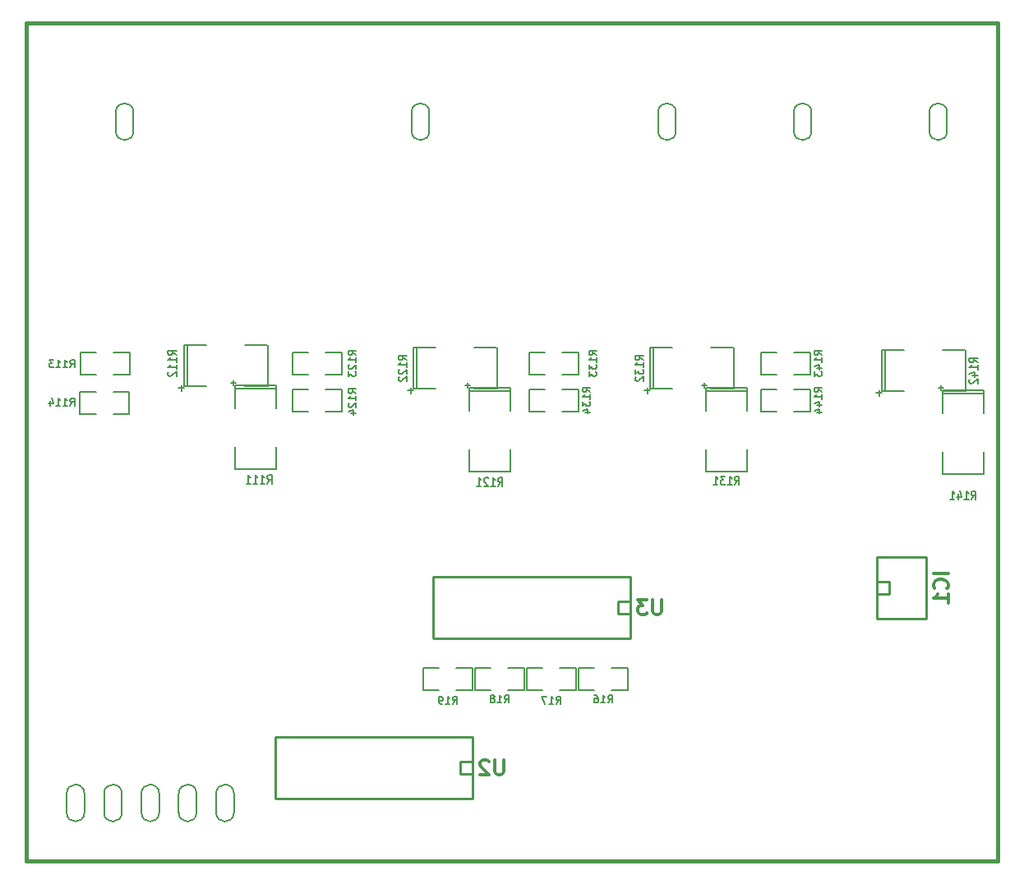
<source format=gbo>
G04 (created by PCBNEW (2013-jul-07)-stable) date ven. 28 nov. 2014 17:15:50 CET*
%MOIN*%
G04 Gerber Fmt 3.4, Leading zero omitted, Abs format*
%FSLAX34Y34*%
G01*
G70*
G90*
G04 APERTURE LIST*
%ADD10C,0.00590551*%
%ADD11C,0.015*%
%ADD12C,0.005*%
%ADD13C,0.0059*%
%ADD14C,0.01*%
%ADD15C,0.012*%
G04 APERTURE END LIST*
G54D10*
G54D11*
X71500Y-62000D02*
X110900Y-62000D01*
X71500Y-28000D02*
X110900Y-28000D01*
X110900Y-28000D02*
X110800Y-28000D01*
X110900Y-62000D02*
X110900Y-28000D01*
X71500Y-62000D02*
X71500Y-28000D01*
G54D12*
X103300Y-42850D02*
X103300Y-43750D01*
X103300Y-43750D02*
X102650Y-43750D01*
X101950Y-42850D02*
X101300Y-42850D01*
X101300Y-42850D02*
X101300Y-43750D01*
X101300Y-43750D02*
X101950Y-43750D01*
X102650Y-42850D02*
X103300Y-42850D01*
X103300Y-41350D02*
X103300Y-42250D01*
X103300Y-42250D02*
X102650Y-42250D01*
X101950Y-41350D02*
X101300Y-41350D01*
X101300Y-41350D02*
X101300Y-42250D01*
X101300Y-42250D02*
X101950Y-42250D01*
X102650Y-41350D02*
X103300Y-41350D01*
G54D13*
X106325Y-42927D02*
X106325Y-41273D01*
X106207Y-42927D02*
X106207Y-41273D01*
X109593Y-42927D02*
X109593Y-41273D01*
X108686Y-41271D02*
X109586Y-41271D01*
X109586Y-42929D02*
X108686Y-42929D01*
X107113Y-42929D02*
X106213Y-42929D01*
X106214Y-41271D02*
X107114Y-41271D01*
X108673Y-43025D02*
X110327Y-43025D01*
X108673Y-42907D02*
X110327Y-42907D01*
X108673Y-46293D02*
X110327Y-46293D01*
X110329Y-45386D02*
X110329Y-46286D01*
X108671Y-46286D02*
X108671Y-45386D01*
X108671Y-43813D02*
X108671Y-42913D01*
X110329Y-42914D02*
X110329Y-43814D01*
G54D12*
X93900Y-42850D02*
X93900Y-43750D01*
X93900Y-43750D02*
X93250Y-43750D01*
X92550Y-42850D02*
X91900Y-42850D01*
X91900Y-42850D02*
X91900Y-43750D01*
X91900Y-43750D02*
X92550Y-43750D01*
X93250Y-42850D02*
X93900Y-42850D01*
X93900Y-41350D02*
X93900Y-42250D01*
X93900Y-42250D02*
X93250Y-42250D01*
X92550Y-41350D02*
X91900Y-41350D01*
X91900Y-41350D02*
X91900Y-42250D01*
X91900Y-42250D02*
X92550Y-42250D01*
X93250Y-41350D02*
X93900Y-41350D01*
G54D13*
X96925Y-42827D02*
X96925Y-41173D01*
X96807Y-42827D02*
X96807Y-41173D01*
X100193Y-42827D02*
X100193Y-41173D01*
X99286Y-41171D02*
X100186Y-41171D01*
X100186Y-42829D02*
X99286Y-42829D01*
X97713Y-42829D02*
X96813Y-42829D01*
X96814Y-41171D02*
X97714Y-41171D01*
X99073Y-42925D02*
X100727Y-42925D01*
X99073Y-42807D02*
X100727Y-42807D01*
X99073Y-46193D02*
X100727Y-46193D01*
X100729Y-45286D02*
X100729Y-46186D01*
X99071Y-46186D02*
X99071Y-45286D01*
X99071Y-43713D02*
X99071Y-42813D01*
X100729Y-42814D02*
X100729Y-43714D01*
G54D12*
X84300Y-42850D02*
X84300Y-43750D01*
X84300Y-43750D02*
X83650Y-43750D01*
X82950Y-42850D02*
X82300Y-42850D01*
X82300Y-42850D02*
X82300Y-43750D01*
X82300Y-43750D02*
X82950Y-43750D01*
X83650Y-42850D02*
X84300Y-42850D01*
X84300Y-41350D02*
X84300Y-42250D01*
X84300Y-42250D02*
X83650Y-42250D01*
X82950Y-41350D02*
X82300Y-41350D01*
X82300Y-41350D02*
X82300Y-42250D01*
X82300Y-42250D02*
X82950Y-42250D01*
X83650Y-41350D02*
X84300Y-41350D01*
X75680Y-42950D02*
X75680Y-43850D01*
X75680Y-43850D02*
X75030Y-43850D01*
X74330Y-42950D02*
X73680Y-42950D01*
X73680Y-42950D02*
X73680Y-43850D01*
X73680Y-43850D02*
X74330Y-43850D01*
X75030Y-42950D02*
X75680Y-42950D01*
X75700Y-41350D02*
X75700Y-42250D01*
X75700Y-42250D02*
X75050Y-42250D01*
X74350Y-41350D02*
X73700Y-41350D01*
X73700Y-41350D02*
X73700Y-42250D01*
X73700Y-42250D02*
X74350Y-42250D01*
X75050Y-41350D02*
X75700Y-41350D01*
G54D13*
X78025Y-42727D02*
X78025Y-41073D01*
X77907Y-42727D02*
X77907Y-41073D01*
X81293Y-42727D02*
X81293Y-41073D01*
X80386Y-41071D02*
X81286Y-41071D01*
X81286Y-42729D02*
X80386Y-42729D01*
X78813Y-42729D02*
X77913Y-42729D01*
X77914Y-41071D02*
X78814Y-41071D01*
X79973Y-42825D02*
X81627Y-42825D01*
X79973Y-42707D02*
X81627Y-42707D01*
X79973Y-46093D02*
X81627Y-46093D01*
X81629Y-45186D02*
X81629Y-46086D01*
X79971Y-46086D02*
X79971Y-45186D01*
X79971Y-43613D02*
X79971Y-42713D01*
X81629Y-42714D02*
X81629Y-43614D01*
G54D12*
X87600Y-55050D02*
X87600Y-54150D01*
X87600Y-54150D02*
X88250Y-54150D01*
X88950Y-55050D02*
X89600Y-55050D01*
X89600Y-55050D02*
X89600Y-54150D01*
X89600Y-54150D02*
X88950Y-54150D01*
X88250Y-55050D02*
X87600Y-55050D01*
X89700Y-55050D02*
X89700Y-54150D01*
X89700Y-54150D02*
X90350Y-54150D01*
X91050Y-55050D02*
X91700Y-55050D01*
X91700Y-55050D02*
X91700Y-54150D01*
X91700Y-54150D02*
X91050Y-54150D01*
X90350Y-55050D02*
X89700Y-55050D01*
X93800Y-54150D02*
X93800Y-55050D01*
X93800Y-55050D02*
X93150Y-55050D01*
X92450Y-54150D02*
X91800Y-54150D01*
X91800Y-54150D02*
X91800Y-55050D01*
X91800Y-55050D02*
X92450Y-55050D01*
X93150Y-54150D02*
X93800Y-54150D01*
X95900Y-54150D02*
X95900Y-55050D01*
X95900Y-55050D02*
X95250Y-55050D01*
X94550Y-54150D02*
X93900Y-54150D01*
X93900Y-54150D02*
X93900Y-55050D01*
X93900Y-55050D02*
X94550Y-55050D01*
X95250Y-54150D02*
X95900Y-54150D01*
G54D13*
X89473Y-42925D02*
X91127Y-42925D01*
X89473Y-42807D02*
X91127Y-42807D01*
X89473Y-46193D02*
X91127Y-46193D01*
X91129Y-45286D02*
X91129Y-46186D01*
X89471Y-46186D02*
X89471Y-45286D01*
X89471Y-43713D02*
X89471Y-42813D01*
X91129Y-42814D02*
X91129Y-43714D01*
X87325Y-42827D02*
X87325Y-41173D01*
X87207Y-42827D02*
X87207Y-41173D01*
X90593Y-42827D02*
X90593Y-41173D01*
X89686Y-41171D02*
X90586Y-41171D01*
X90586Y-42829D02*
X89686Y-42829D01*
X88113Y-42829D02*
X87213Y-42829D01*
X87214Y-41171D02*
X88114Y-41171D01*
G54D14*
X96000Y-51450D02*
X95500Y-51450D01*
X95500Y-51450D02*
X95500Y-51950D01*
X95500Y-51950D02*
X96000Y-51950D01*
X88000Y-50450D02*
X96000Y-50450D01*
X96000Y-50450D02*
X96000Y-52950D01*
X96000Y-52950D02*
X88000Y-52950D01*
X88000Y-52950D02*
X88000Y-50450D01*
X89600Y-57950D02*
X89100Y-57950D01*
X89100Y-57950D02*
X89100Y-58450D01*
X89100Y-58450D02*
X89600Y-58450D01*
X81600Y-56950D02*
X89600Y-56950D01*
X89600Y-56950D02*
X89600Y-59450D01*
X89600Y-59450D02*
X81600Y-59450D01*
X81600Y-59450D02*
X81600Y-56950D01*
X106000Y-51150D02*
X106500Y-51150D01*
X106500Y-51150D02*
X106500Y-50650D01*
X106500Y-50650D02*
X106000Y-50650D01*
X106000Y-49650D02*
X108000Y-49650D01*
X108000Y-49650D02*
X108000Y-52150D01*
X108000Y-52150D02*
X106000Y-52150D01*
X106000Y-52150D02*
X106000Y-49650D01*
X106500Y-51150D02*
X106500Y-50650D01*
G54D10*
X75850Y-32390D02*
X75850Y-31610D01*
X75129Y-32390D02*
X75129Y-31610D01*
X75850Y-31610D02*
G75*
G03X75129Y-31610I-360J0D01*
G74*
G01*
X75129Y-32390D02*
G75*
G03X75850Y-32390I360J0D01*
G74*
G01*
X108850Y-32390D02*
X108850Y-31610D01*
X108129Y-32390D02*
X108129Y-31610D01*
X108850Y-31610D02*
G75*
G03X108129Y-31610I-360J0D01*
G74*
G01*
X108129Y-32390D02*
G75*
G03X108850Y-32390I360J0D01*
G74*
G01*
X103350Y-32390D02*
X103350Y-31610D01*
X102629Y-32390D02*
X102629Y-31610D01*
X103350Y-31610D02*
G75*
G03X102629Y-31610I-360J0D01*
G74*
G01*
X102629Y-32390D02*
G75*
G03X103350Y-32390I360J0D01*
G74*
G01*
X97850Y-32390D02*
X97850Y-31610D01*
X97129Y-32390D02*
X97129Y-31610D01*
X97850Y-31610D02*
G75*
G03X97129Y-31610I-360J0D01*
G74*
G01*
X97129Y-32390D02*
G75*
G03X97850Y-32390I360J0D01*
G74*
G01*
X87850Y-32390D02*
X87850Y-31610D01*
X87129Y-32390D02*
X87129Y-31610D01*
X87850Y-31610D02*
G75*
G03X87129Y-31610I-360J0D01*
G74*
G01*
X87129Y-32390D02*
G75*
G03X87850Y-32390I360J0D01*
G74*
G01*
X73139Y-59255D02*
X73139Y-60035D01*
X73860Y-59255D02*
X73860Y-60035D01*
X73139Y-60035D02*
G75*
G03X73860Y-60035I360J0D01*
G74*
G01*
X73860Y-59255D02*
G75*
G03X73139Y-59255I-360J0D01*
G74*
G01*
X74655Y-59255D02*
X74655Y-60035D01*
X75376Y-59255D02*
X75376Y-60035D01*
X74655Y-60035D02*
G75*
G03X75376Y-60035I360J0D01*
G74*
G01*
X75376Y-59255D02*
G75*
G03X74655Y-59255I-360J0D01*
G74*
G01*
X76171Y-59255D02*
X76171Y-60035D01*
X76891Y-59255D02*
X76891Y-60035D01*
X76171Y-60035D02*
G75*
G03X76891Y-60035I360J0D01*
G74*
G01*
X76891Y-59255D02*
G75*
G03X76171Y-59255I-360J0D01*
G74*
G01*
X77686Y-59255D02*
X77686Y-60035D01*
X78407Y-59255D02*
X78407Y-60035D01*
X77686Y-60035D02*
G75*
G03X78407Y-60035I360J0D01*
G74*
G01*
X78407Y-59255D02*
G75*
G03X77686Y-59255I-360J0D01*
G74*
G01*
X79202Y-59255D02*
X79202Y-60035D01*
X79923Y-59255D02*
X79923Y-60035D01*
X79202Y-60035D02*
G75*
G03X79923Y-60035I360J0D01*
G74*
G01*
X79923Y-59255D02*
G75*
G03X79202Y-59255I-360J0D01*
G74*
G01*
G54D12*
X103771Y-42964D02*
X103628Y-42864D01*
X103771Y-42792D02*
X103471Y-42792D01*
X103471Y-42907D01*
X103485Y-42935D01*
X103500Y-42950D01*
X103528Y-42964D01*
X103571Y-42964D01*
X103600Y-42950D01*
X103614Y-42935D01*
X103628Y-42907D01*
X103628Y-42792D01*
X103771Y-43250D02*
X103771Y-43078D01*
X103771Y-43164D02*
X103471Y-43164D01*
X103514Y-43135D01*
X103542Y-43107D01*
X103557Y-43078D01*
X103571Y-43507D02*
X103771Y-43507D01*
X103457Y-43435D02*
X103671Y-43364D01*
X103671Y-43550D01*
X103571Y-43792D02*
X103771Y-43792D01*
X103457Y-43721D02*
X103671Y-43650D01*
X103671Y-43835D01*
X103771Y-41464D02*
X103628Y-41364D01*
X103771Y-41292D02*
X103471Y-41292D01*
X103471Y-41407D01*
X103485Y-41435D01*
X103500Y-41450D01*
X103528Y-41464D01*
X103571Y-41464D01*
X103600Y-41450D01*
X103614Y-41435D01*
X103628Y-41407D01*
X103628Y-41292D01*
X103771Y-41750D02*
X103771Y-41578D01*
X103771Y-41664D02*
X103471Y-41664D01*
X103514Y-41635D01*
X103542Y-41607D01*
X103557Y-41578D01*
X103571Y-42007D02*
X103771Y-42007D01*
X103457Y-41935D02*
X103671Y-41864D01*
X103671Y-42050D01*
X103471Y-42135D02*
X103471Y-42321D01*
X103585Y-42221D01*
X103585Y-42264D01*
X103600Y-42292D01*
X103614Y-42307D01*
X103642Y-42321D01*
X103714Y-42321D01*
X103742Y-42307D01*
X103757Y-42292D01*
X103771Y-42264D01*
X103771Y-42178D01*
X103757Y-42150D01*
X103742Y-42135D01*
X110091Y-41764D02*
X109925Y-41664D01*
X110091Y-41592D02*
X109741Y-41592D01*
X109741Y-41707D01*
X109758Y-41735D01*
X109775Y-41750D01*
X109808Y-41764D01*
X109858Y-41764D01*
X109891Y-41750D01*
X109908Y-41735D01*
X109925Y-41707D01*
X109925Y-41592D01*
X110091Y-42050D02*
X110091Y-41878D01*
X110091Y-41964D02*
X109741Y-41964D01*
X109791Y-41935D01*
X109825Y-41907D01*
X109841Y-41878D01*
X109858Y-42307D02*
X110091Y-42307D01*
X109725Y-42235D02*
X109975Y-42164D01*
X109975Y-42350D01*
X109775Y-42450D02*
X109758Y-42464D01*
X109741Y-42492D01*
X109741Y-42564D01*
X109758Y-42592D01*
X109775Y-42607D01*
X109808Y-42621D01*
X109841Y-42621D01*
X109891Y-42607D01*
X110091Y-42435D01*
X110091Y-42621D01*
G54D10*
X106193Y-43012D02*
X105984Y-43012D01*
X106089Y-43117D02*
X106089Y-42907D01*
G54D12*
X109835Y-47341D02*
X109935Y-47175D01*
X110007Y-47341D02*
X110007Y-46991D01*
X109892Y-46991D01*
X109864Y-47008D01*
X109850Y-47025D01*
X109835Y-47058D01*
X109835Y-47108D01*
X109850Y-47141D01*
X109864Y-47158D01*
X109892Y-47175D01*
X110007Y-47175D01*
X109550Y-47341D02*
X109721Y-47341D01*
X109635Y-47341D02*
X109635Y-46991D01*
X109664Y-47041D01*
X109692Y-47075D01*
X109721Y-47091D01*
X109292Y-47108D02*
X109292Y-47341D01*
X109364Y-46975D02*
X109435Y-47225D01*
X109250Y-47225D01*
X108978Y-47341D02*
X109150Y-47341D01*
X109064Y-47341D02*
X109064Y-46991D01*
X109092Y-47041D01*
X109121Y-47075D01*
X109150Y-47091D01*
G54D10*
X108600Y-42684D02*
X108600Y-42893D01*
X108705Y-42789D02*
X108495Y-42789D01*
G54D12*
X94371Y-42964D02*
X94228Y-42864D01*
X94371Y-42792D02*
X94071Y-42792D01*
X94071Y-42907D01*
X94085Y-42935D01*
X94100Y-42950D01*
X94128Y-42964D01*
X94171Y-42964D01*
X94200Y-42950D01*
X94214Y-42935D01*
X94228Y-42907D01*
X94228Y-42792D01*
X94371Y-43250D02*
X94371Y-43078D01*
X94371Y-43164D02*
X94071Y-43164D01*
X94114Y-43135D01*
X94142Y-43107D01*
X94157Y-43078D01*
X94071Y-43350D02*
X94071Y-43535D01*
X94185Y-43435D01*
X94185Y-43478D01*
X94200Y-43507D01*
X94214Y-43521D01*
X94242Y-43535D01*
X94314Y-43535D01*
X94342Y-43521D01*
X94357Y-43507D01*
X94371Y-43478D01*
X94371Y-43392D01*
X94357Y-43364D01*
X94342Y-43350D01*
X94171Y-43792D02*
X94371Y-43792D01*
X94057Y-43721D02*
X94271Y-43650D01*
X94271Y-43835D01*
X94621Y-41464D02*
X94478Y-41364D01*
X94621Y-41292D02*
X94321Y-41292D01*
X94321Y-41407D01*
X94335Y-41435D01*
X94350Y-41450D01*
X94378Y-41464D01*
X94421Y-41464D01*
X94450Y-41450D01*
X94464Y-41435D01*
X94478Y-41407D01*
X94478Y-41292D01*
X94621Y-41750D02*
X94621Y-41578D01*
X94621Y-41664D02*
X94321Y-41664D01*
X94364Y-41635D01*
X94392Y-41607D01*
X94407Y-41578D01*
X94321Y-41850D02*
X94321Y-42035D01*
X94435Y-41935D01*
X94435Y-41978D01*
X94450Y-42007D01*
X94464Y-42021D01*
X94492Y-42035D01*
X94564Y-42035D01*
X94592Y-42021D01*
X94607Y-42007D01*
X94621Y-41978D01*
X94621Y-41892D01*
X94607Y-41864D01*
X94592Y-41850D01*
X94321Y-42135D02*
X94321Y-42321D01*
X94435Y-42221D01*
X94435Y-42264D01*
X94450Y-42292D01*
X94464Y-42307D01*
X94492Y-42321D01*
X94564Y-42321D01*
X94592Y-42307D01*
X94607Y-42292D01*
X94621Y-42264D01*
X94621Y-42178D01*
X94607Y-42150D01*
X94592Y-42135D01*
X96541Y-41664D02*
X96375Y-41564D01*
X96541Y-41492D02*
X96191Y-41492D01*
X96191Y-41607D01*
X96208Y-41635D01*
X96225Y-41650D01*
X96258Y-41664D01*
X96308Y-41664D01*
X96341Y-41650D01*
X96358Y-41635D01*
X96375Y-41607D01*
X96375Y-41492D01*
X96541Y-41950D02*
X96541Y-41778D01*
X96541Y-41864D02*
X96191Y-41864D01*
X96241Y-41835D01*
X96275Y-41807D01*
X96291Y-41778D01*
X96191Y-42050D02*
X96191Y-42235D01*
X96325Y-42135D01*
X96325Y-42178D01*
X96341Y-42207D01*
X96358Y-42221D01*
X96391Y-42235D01*
X96475Y-42235D01*
X96508Y-42221D01*
X96525Y-42207D01*
X96541Y-42178D01*
X96541Y-42092D01*
X96525Y-42064D01*
X96508Y-42050D01*
X96225Y-42350D02*
X96208Y-42364D01*
X96191Y-42392D01*
X96191Y-42464D01*
X96208Y-42492D01*
X96225Y-42507D01*
X96258Y-42521D01*
X96291Y-42521D01*
X96341Y-42507D01*
X96541Y-42335D01*
X96541Y-42521D01*
G54D10*
X96793Y-42912D02*
X96584Y-42912D01*
X96689Y-43017D02*
X96689Y-42807D01*
G54D12*
X100235Y-46741D02*
X100335Y-46575D01*
X100407Y-46741D02*
X100407Y-46391D01*
X100292Y-46391D01*
X100264Y-46408D01*
X100250Y-46425D01*
X100235Y-46458D01*
X100235Y-46508D01*
X100250Y-46541D01*
X100264Y-46558D01*
X100292Y-46575D01*
X100407Y-46575D01*
X99950Y-46741D02*
X100121Y-46741D01*
X100035Y-46741D02*
X100035Y-46391D01*
X100064Y-46441D01*
X100092Y-46475D01*
X100121Y-46491D01*
X99850Y-46391D02*
X99664Y-46391D01*
X99764Y-46525D01*
X99721Y-46525D01*
X99692Y-46541D01*
X99678Y-46558D01*
X99664Y-46591D01*
X99664Y-46675D01*
X99678Y-46708D01*
X99692Y-46725D01*
X99721Y-46741D01*
X99807Y-46741D01*
X99835Y-46725D01*
X99850Y-46708D01*
X99378Y-46741D02*
X99550Y-46741D01*
X99464Y-46741D02*
X99464Y-46391D01*
X99492Y-46441D01*
X99521Y-46475D01*
X99550Y-46491D01*
G54D10*
X99000Y-42584D02*
X99000Y-42793D01*
X99105Y-42689D02*
X98895Y-42689D01*
G54D12*
X84871Y-43014D02*
X84728Y-42914D01*
X84871Y-42842D02*
X84571Y-42842D01*
X84571Y-42957D01*
X84585Y-42985D01*
X84600Y-43000D01*
X84628Y-43014D01*
X84671Y-43014D01*
X84700Y-43000D01*
X84714Y-42985D01*
X84728Y-42957D01*
X84728Y-42842D01*
X84871Y-43300D02*
X84871Y-43128D01*
X84871Y-43214D02*
X84571Y-43214D01*
X84614Y-43185D01*
X84642Y-43157D01*
X84657Y-43128D01*
X84600Y-43414D02*
X84585Y-43428D01*
X84571Y-43457D01*
X84571Y-43528D01*
X84585Y-43557D01*
X84600Y-43571D01*
X84628Y-43585D01*
X84657Y-43585D01*
X84700Y-43571D01*
X84871Y-43400D01*
X84871Y-43585D01*
X84671Y-43842D02*
X84871Y-43842D01*
X84557Y-43771D02*
X84771Y-43700D01*
X84771Y-43885D01*
X84871Y-41464D02*
X84728Y-41364D01*
X84871Y-41292D02*
X84571Y-41292D01*
X84571Y-41407D01*
X84585Y-41435D01*
X84600Y-41450D01*
X84628Y-41464D01*
X84671Y-41464D01*
X84700Y-41450D01*
X84714Y-41435D01*
X84728Y-41407D01*
X84728Y-41292D01*
X84871Y-41750D02*
X84871Y-41578D01*
X84871Y-41664D02*
X84571Y-41664D01*
X84614Y-41635D01*
X84642Y-41607D01*
X84657Y-41578D01*
X84600Y-41864D02*
X84585Y-41878D01*
X84571Y-41907D01*
X84571Y-41978D01*
X84585Y-42007D01*
X84600Y-42021D01*
X84628Y-42035D01*
X84657Y-42035D01*
X84700Y-42021D01*
X84871Y-41850D01*
X84871Y-42035D01*
X84571Y-42135D02*
X84571Y-42321D01*
X84685Y-42221D01*
X84685Y-42264D01*
X84700Y-42292D01*
X84714Y-42307D01*
X84742Y-42321D01*
X84814Y-42321D01*
X84842Y-42307D01*
X84857Y-42292D01*
X84871Y-42264D01*
X84871Y-42178D01*
X84857Y-42150D01*
X84842Y-42135D01*
X73285Y-43521D02*
X73385Y-43378D01*
X73457Y-43521D02*
X73457Y-43221D01*
X73342Y-43221D01*
X73314Y-43235D01*
X73300Y-43250D01*
X73285Y-43278D01*
X73285Y-43321D01*
X73300Y-43350D01*
X73314Y-43364D01*
X73342Y-43378D01*
X73457Y-43378D01*
X73000Y-43521D02*
X73171Y-43521D01*
X73085Y-43521D02*
X73085Y-43221D01*
X73114Y-43264D01*
X73142Y-43292D01*
X73171Y-43307D01*
X72714Y-43521D02*
X72885Y-43521D01*
X72800Y-43521D02*
X72800Y-43221D01*
X72828Y-43264D01*
X72857Y-43292D01*
X72885Y-43307D01*
X72457Y-43321D02*
X72457Y-43521D01*
X72528Y-43207D02*
X72600Y-43421D01*
X72414Y-43421D01*
X73285Y-41971D02*
X73385Y-41828D01*
X73457Y-41971D02*
X73457Y-41671D01*
X73342Y-41671D01*
X73314Y-41685D01*
X73300Y-41700D01*
X73285Y-41728D01*
X73285Y-41771D01*
X73300Y-41800D01*
X73314Y-41814D01*
X73342Y-41828D01*
X73457Y-41828D01*
X73000Y-41971D02*
X73171Y-41971D01*
X73085Y-41971D02*
X73085Y-41671D01*
X73114Y-41714D01*
X73142Y-41742D01*
X73171Y-41757D01*
X72714Y-41971D02*
X72885Y-41971D01*
X72800Y-41971D02*
X72800Y-41671D01*
X72828Y-41714D01*
X72857Y-41742D01*
X72885Y-41757D01*
X72614Y-41671D02*
X72428Y-41671D01*
X72528Y-41785D01*
X72485Y-41785D01*
X72457Y-41800D01*
X72442Y-41814D01*
X72428Y-41842D01*
X72428Y-41914D01*
X72442Y-41942D01*
X72457Y-41957D01*
X72485Y-41971D01*
X72571Y-41971D01*
X72600Y-41957D01*
X72614Y-41942D01*
X77591Y-41464D02*
X77425Y-41364D01*
X77591Y-41292D02*
X77241Y-41292D01*
X77241Y-41407D01*
X77258Y-41435D01*
X77275Y-41450D01*
X77308Y-41464D01*
X77358Y-41464D01*
X77391Y-41450D01*
X77408Y-41435D01*
X77425Y-41407D01*
X77425Y-41292D01*
X77591Y-41750D02*
X77591Y-41578D01*
X77591Y-41664D02*
X77241Y-41664D01*
X77291Y-41635D01*
X77325Y-41607D01*
X77341Y-41578D01*
X77591Y-42035D02*
X77591Y-41864D01*
X77591Y-41950D02*
X77241Y-41950D01*
X77291Y-41921D01*
X77325Y-41892D01*
X77341Y-41864D01*
X77275Y-42150D02*
X77258Y-42164D01*
X77241Y-42192D01*
X77241Y-42264D01*
X77258Y-42292D01*
X77275Y-42307D01*
X77308Y-42321D01*
X77341Y-42321D01*
X77391Y-42307D01*
X77591Y-42135D01*
X77591Y-42321D01*
G54D10*
X77893Y-42812D02*
X77684Y-42812D01*
X77789Y-42917D02*
X77789Y-42707D01*
G54D12*
X81285Y-46691D02*
X81385Y-46525D01*
X81457Y-46691D02*
X81457Y-46341D01*
X81342Y-46341D01*
X81314Y-46358D01*
X81300Y-46375D01*
X81285Y-46408D01*
X81285Y-46458D01*
X81300Y-46491D01*
X81314Y-46508D01*
X81342Y-46525D01*
X81457Y-46525D01*
X81000Y-46691D02*
X81171Y-46691D01*
X81085Y-46691D02*
X81085Y-46341D01*
X81114Y-46391D01*
X81142Y-46425D01*
X81171Y-46441D01*
X80714Y-46691D02*
X80885Y-46691D01*
X80800Y-46691D02*
X80800Y-46341D01*
X80828Y-46391D01*
X80857Y-46425D01*
X80885Y-46441D01*
X80428Y-46691D02*
X80600Y-46691D01*
X80514Y-46691D02*
X80514Y-46341D01*
X80542Y-46391D01*
X80571Y-46425D01*
X80600Y-46441D01*
G54D10*
X79900Y-42484D02*
X79900Y-42693D01*
X80005Y-42589D02*
X79795Y-42589D01*
G54D12*
X88792Y-55621D02*
X88892Y-55478D01*
X88964Y-55621D02*
X88964Y-55321D01*
X88850Y-55321D01*
X88821Y-55335D01*
X88807Y-55350D01*
X88792Y-55378D01*
X88792Y-55421D01*
X88807Y-55450D01*
X88821Y-55464D01*
X88850Y-55478D01*
X88964Y-55478D01*
X88507Y-55621D02*
X88678Y-55621D01*
X88592Y-55621D02*
X88592Y-55321D01*
X88621Y-55364D01*
X88650Y-55392D01*
X88678Y-55407D01*
X88364Y-55621D02*
X88307Y-55621D01*
X88278Y-55607D01*
X88264Y-55592D01*
X88235Y-55550D01*
X88221Y-55492D01*
X88221Y-55378D01*
X88235Y-55350D01*
X88250Y-55335D01*
X88278Y-55321D01*
X88335Y-55321D01*
X88364Y-55335D01*
X88378Y-55350D01*
X88392Y-55378D01*
X88392Y-55450D01*
X88378Y-55478D01*
X88364Y-55492D01*
X88335Y-55507D01*
X88278Y-55507D01*
X88250Y-55492D01*
X88235Y-55478D01*
X88221Y-55450D01*
X90892Y-55571D02*
X90992Y-55428D01*
X91064Y-55571D02*
X91064Y-55271D01*
X90950Y-55271D01*
X90921Y-55285D01*
X90907Y-55300D01*
X90892Y-55328D01*
X90892Y-55371D01*
X90907Y-55400D01*
X90921Y-55414D01*
X90950Y-55428D01*
X91064Y-55428D01*
X90607Y-55571D02*
X90778Y-55571D01*
X90692Y-55571D02*
X90692Y-55271D01*
X90721Y-55314D01*
X90750Y-55342D01*
X90778Y-55357D01*
X90435Y-55400D02*
X90464Y-55385D01*
X90478Y-55371D01*
X90492Y-55342D01*
X90492Y-55328D01*
X90478Y-55300D01*
X90464Y-55285D01*
X90435Y-55271D01*
X90378Y-55271D01*
X90350Y-55285D01*
X90335Y-55300D01*
X90321Y-55328D01*
X90321Y-55342D01*
X90335Y-55371D01*
X90350Y-55385D01*
X90378Y-55400D01*
X90435Y-55400D01*
X90464Y-55414D01*
X90478Y-55428D01*
X90492Y-55457D01*
X90492Y-55514D01*
X90478Y-55542D01*
X90464Y-55557D01*
X90435Y-55571D01*
X90378Y-55571D01*
X90350Y-55557D01*
X90335Y-55542D01*
X90321Y-55514D01*
X90321Y-55457D01*
X90335Y-55428D01*
X90350Y-55414D01*
X90378Y-55400D01*
X92992Y-55621D02*
X93092Y-55478D01*
X93164Y-55621D02*
X93164Y-55321D01*
X93050Y-55321D01*
X93021Y-55335D01*
X93007Y-55350D01*
X92992Y-55378D01*
X92992Y-55421D01*
X93007Y-55450D01*
X93021Y-55464D01*
X93050Y-55478D01*
X93164Y-55478D01*
X92707Y-55621D02*
X92878Y-55621D01*
X92792Y-55621D02*
X92792Y-55321D01*
X92821Y-55364D01*
X92850Y-55392D01*
X92878Y-55407D01*
X92607Y-55321D02*
X92407Y-55321D01*
X92535Y-55621D01*
X95092Y-55571D02*
X95192Y-55428D01*
X95264Y-55571D02*
X95264Y-55271D01*
X95150Y-55271D01*
X95121Y-55285D01*
X95107Y-55300D01*
X95092Y-55328D01*
X95092Y-55371D01*
X95107Y-55400D01*
X95121Y-55414D01*
X95150Y-55428D01*
X95264Y-55428D01*
X94807Y-55571D02*
X94978Y-55571D01*
X94892Y-55571D02*
X94892Y-55271D01*
X94921Y-55314D01*
X94950Y-55342D01*
X94978Y-55357D01*
X94550Y-55271D02*
X94607Y-55271D01*
X94635Y-55285D01*
X94650Y-55300D01*
X94678Y-55342D01*
X94692Y-55400D01*
X94692Y-55514D01*
X94678Y-55542D01*
X94664Y-55557D01*
X94635Y-55571D01*
X94578Y-55571D01*
X94550Y-55557D01*
X94535Y-55542D01*
X94521Y-55514D01*
X94521Y-55442D01*
X94535Y-55414D01*
X94550Y-55400D01*
X94578Y-55385D01*
X94635Y-55385D01*
X94664Y-55400D01*
X94678Y-55414D01*
X94692Y-55442D01*
X90635Y-46791D02*
X90735Y-46625D01*
X90807Y-46791D02*
X90807Y-46441D01*
X90692Y-46441D01*
X90664Y-46458D01*
X90650Y-46475D01*
X90635Y-46508D01*
X90635Y-46558D01*
X90650Y-46591D01*
X90664Y-46608D01*
X90692Y-46625D01*
X90807Y-46625D01*
X90350Y-46791D02*
X90521Y-46791D01*
X90435Y-46791D02*
X90435Y-46441D01*
X90464Y-46491D01*
X90492Y-46525D01*
X90521Y-46541D01*
X90235Y-46475D02*
X90221Y-46458D01*
X90192Y-46441D01*
X90121Y-46441D01*
X90092Y-46458D01*
X90078Y-46475D01*
X90064Y-46508D01*
X90064Y-46541D01*
X90078Y-46591D01*
X90250Y-46791D01*
X90064Y-46791D01*
X89778Y-46791D02*
X89950Y-46791D01*
X89864Y-46791D02*
X89864Y-46441D01*
X89892Y-46491D01*
X89921Y-46525D01*
X89950Y-46541D01*
G54D10*
X89400Y-42584D02*
X89400Y-42793D01*
X89505Y-42689D02*
X89295Y-42689D01*
G54D12*
X86941Y-41664D02*
X86775Y-41564D01*
X86941Y-41492D02*
X86591Y-41492D01*
X86591Y-41607D01*
X86608Y-41635D01*
X86625Y-41650D01*
X86658Y-41664D01*
X86708Y-41664D01*
X86741Y-41650D01*
X86758Y-41635D01*
X86775Y-41607D01*
X86775Y-41492D01*
X86941Y-41950D02*
X86941Y-41778D01*
X86941Y-41864D02*
X86591Y-41864D01*
X86641Y-41835D01*
X86675Y-41807D01*
X86691Y-41778D01*
X86625Y-42064D02*
X86608Y-42078D01*
X86591Y-42107D01*
X86591Y-42178D01*
X86608Y-42207D01*
X86625Y-42221D01*
X86658Y-42235D01*
X86691Y-42235D01*
X86741Y-42221D01*
X86941Y-42050D01*
X86941Y-42235D01*
X86625Y-42350D02*
X86608Y-42364D01*
X86591Y-42392D01*
X86591Y-42464D01*
X86608Y-42492D01*
X86625Y-42507D01*
X86658Y-42521D01*
X86691Y-42521D01*
X86741Y-42507D01*
X86941Y-42335D01*
X86941Y-42521D01*
G54D10*
X87193Y-42912D02*
X86984Y-42912D01*
X87089Y-43017D02*
X87089Y-42807D01*
G54D15*
X97257Y-51392D02*
X97257Y-51878D01*
X97228Y-51935D01*
X97200Y-51964D01*
X97142Y-51992D01*
X97028Y-51992D01*
X96971Y-51964D01*
X96942Y-51935D01*
X96914Y-51878D01*
X96914Y-51392D01*
X96685Y-51392D02*
X96314Y-51392D01*
X96514Y-51621D01*
X96428Y-51621D01*
X96371Y-51650D01*
X96342Y-51678D01*
X96314Y-51735D01*
X96314Y-51878D01*
X96342Y-51935D01*
X96371Y-51964D01*
X96428Y-51992D01*
X96600Y-51992D01*
X96657Y-51964D01*
X96685Y-51935D01*
X90857Y-57892D02*
X90857Y-58378D01*
X90828Y-58435D01*
X90800Y-58464D01*
X90742Y-58492D01*
X90628Y-58492D01*
X90571Y-58464D01*
X90542Y-58435D01*
X90514Y-58378D01*
X90514Y-57892D01*
X90257Y-57950D02*
X90228Y-57921D01*
X90171Y-57892D01*
X90028Y-57892D01*
X89971Y-57921D01*
X89942Y-57950D01*
X89914Y-58007D01*
X89914Y-58064D01*
X89942Y-58150D01*
X90285Y-58492D01*
X89914Y-58492D01*
X108892Y-50314D02*
X108292Y-50314D01*
X108835Y-50942D02*
X108864Y-50914D01*
X108892Y-50828D01*
X108892Y-50771D01*
X108864Y-50685D01*
X108807Y-50628D01*
X108750Y-50600D01*
X108635Y-50571D01*
X108550Y-50571D01*
X108435Y-50600D01*
X108378Y-50628D01*
X108321Y-50685D01*
X108292Y-50771D01*
X108292Y-50828D01*
X108321Y-50914D01*
X108350Y-50942D01*
X108892Y-51514D02*
X108892Y-51171D01*
X108892Y-51342D02*
X108292Y-51342D01*
X108378Y-51285D01*
X108435Y-51228D01*
X108464Y-51171D01*
M02*

</source>
